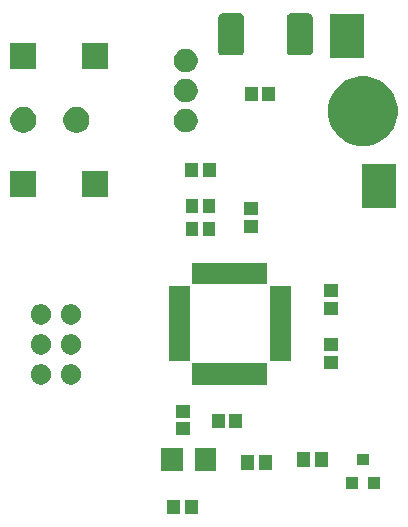
<source format=gbr>
G04 #@! TF.GenerationSoftware,KiCad,Pcbnew,5.1.5-52549c5~86~ubuntu18.04.1*
G04 #@! TF.CreationDate,2020-08-22T22:53:15-07:00*
G04 #@! TF.ProjectId,heat2sound_tx_rev01,68656174-3273-46f7-956e-645f74785f72,rev?*
G04 #@! TF.SameCoordinates,Original*
G04 #@! TF.FileFunction,Soldermask,Top*
G04 #@! TF.FilePolarity,Negative*
%FSLAX46Y46*%
G04 Gerber Fmt 4.6, Leading zero omitted, Abs format (unit mm)*
G04 Created by KiCad (PCBNEW 5.1.5-52549c5~86~ubuntu18.04.1) date 2020-08-22 22:53:15*
%MOMM*%
%LPD*%
G04 APERTURE LIST*
%ADD10C,0.100000*%
G04 APERTURE END LIST*
D10*
G36*
X171051420Y-141850380D02*
G01*
X169952260Y-141850380D01*
X169952260Y-140649620D01*
X171051420Y-140649620D01*
X171051420Y-141850380D01*
G37*
G36*
X169547740Y-141850380D02*
G01*
X168448580Y-141850380D01*
X168448580Y-140649620D01*
X169547740Y-140649620D01*
X169547740Y-141850380D01*
G37*
G36*
X186450050Y-139750050D02*
G01*
X185449950Y-139750050D01*
X185449950Y-138749950D01*
X186450050Y-138749950D01*
X186450050Y-139750050D01*
G37*
G36*
X184550050Y-139750050D02*
G01*
X183549950Y-139750050D01*
X183549950Y-138749950D01*
X184550050Y-138749950D01*
X184550050Y-139750050D01*
G37*
G36*
X169728970Y-138250430D02*
G01*
X167931310Y-138250430D01*
X167931310Y-136249570D01*
X169728970Y-136249570D01*
X169728970Y-138250430D01*
G37*
G36*
X172568690Y-138250430D02*
G01*
X170771030Y-138250430D01*
X170771030Y-136249570D01*
X172568690Y-136249570D01*
X172568690Y-138250430D01*
G37*
G36*
X175797740Y-138100380D02*
G01*
X174698580Y-138100380D01*
X174698580Y-136899620D01*
X175797740Y-136899620D01*
X175797740Y-138100380D01*
G37*
G36*
X177301420Y-138100380D02*
G01*
X176202260Y-138100380D01*
X176202260Y-136899620D01*
X177301420Y-136899620D01*
X177301420Y-138100380D01*
G37*
G36*
X182051420Y-137850380D02*
G01*
X180952260Y-137850380D01*
X180952260Y-136649620D01*
X182051420Y-136649620D01*
X182051420Y-137850380D01*
G37*
G36*
X180548160Y-137850000D02*
G01*
X179448160Y-137850000D01*
X179448160Y-136650000D01*
X180548160Y-136650000D01*
X180548160Y-137850000D01*
G37*
G36*
X185500050Y-137750050D02*
G01*
X184499950Y-137750050D01*
X184499950Y-136749950D01*
X185500050Y-136749950D01*
X185500050Y-137750050D01*
G37*
G36*
X170400380Y-135201420D02*
G01*
X169199620Y-135201420D01*
X169199620Y-134102260D01*
X170400380Y-134102260D01*
X170400380Y-135201420D01*
G37*
G36*
X174801420Y-134600380D02*
G01*
X173702260Y-134600380D01*
X173702260Y-133399620D01*
X174801420Y-133399620D01*
X174801420Y-134600380D01*
G37*
G36*
X173298160Y-134600000D02*
G01*
X172198160Y-134600000D01*
X172198160Y-133400000D01*
X173298160Y-133400000D01*
X173298160Y-134600000D01*
G37*
G36*
X170400000Y-133698160D02*
G01*
X169200000Y-133698160D01*
X169200000Y-132598160D01*
X170400000Y-132598160D01*
X170400000Y-133698160D01*
G37*
G36*
X157981434Y-129211125D02*
G01*
X157981437Y-129211126D01*
X157981436Y-129211126D01*
X158138310Y-129276105D01*
X158279493Y-129370441D01*
X158399559Y-129490507D01*
X158493895Y-129631690D01*
X158493895Y-129631691D01*
X158558875Y-129788566D01*
X158592000Y-129955099D01*
X158592000Y-130124901D01*
X158558875Y-130291434D01*
X158558874Y-130291436D01*
X158493895Y-130448310D01*
X158399559Y-130589493D01*
X158279493Y-130709559D01*
X158138310Y-130803895D01*
X158027383Y-130849842D01*
X157981434Y-130868875D01*
X157814901Y-130902000D01*
X157645099Y-130902000D01*
X157478566Y-130868875D01*
X157432617Y-130849842D01*
X157321690Y-130803895D01*
X157180507Y-130709559D01*
X157060441Y-130589493D01*
X156966105Y-130448310D01*
X156901126Y-130291436D01*
X156901125Y-130291434D01*
X156868000Y-130124901D01*
X156868000Y-129955099D01*
X156901125Y-129788566D01*
X156966105Y-129631691D01*
X156966105Y-129631690D01*
X157060441Y-129490507D01*
X157180507Y-129370441D01*
X157321690Y-129276105D01*
X157478564Y-129211126D01*
X157478563Y-129211126D01*
X157478566Y-129211125D01*
X157645099Y-129178000D01*
X157814901Y-129178000D01*
X157981434Y-129211125D01*
G37*
G36*
X160521434Y-129211125D02*
G01*
X160521437Y-129211126D01*
X160521436Y-129211126D01*
X160678310Y-129276105D01*
X160819493Y-129370441D01*
X160939559Y-129490507D01*
X161033895Y-129631690D01*
X161033895Y-129631691D01*
X161098875Y-129788566D01*
X161132000Y-129955099D01*
X161132000Y-130124901D01*
X161098875Y-130291434D01*
X161098874Y-130291436D01*
X161033895Y-130448310D01*
X160939559Y-130589493D01*
X160819493Y-130709559D01*
X160678310Y-130803895D01*
X160567383Y-130849842D01*
X160521434Y-130868875D01*
X160354901Y-130902000D01*
X160185099Y-130902000D01*
X160018566Y-130868875D01*
X159972617Y-130849842D01*
X159861690Y-130803895D01*
X159720507Y-130709559D01*
X159600441Y-130589493D01*
X159506105Y-130448310D01*
X159441126Y-130291436D01*
X159441125Y-130291434D01*
X159408000Y-130124901D01*
X159408000Y-129955099D01*
X159441125Y-129788566D01*
X159506105Y-129631691D01*
X159506105Y-129631690D01*
X159600441Y-129490507D01*
X159720507Y-129370441D01*
X159861690Y-129276105D01*
X160018564Y-129211126D01*
X160018563Y-129211126D01*
X160018566Y-129211125D01*
X160185099Y-129178000D01*
X160354901Y-129178000D01*
X160521434Y-129211125D01*
G37*
G36*
X176925000Y-130900000D02*
G01*
X170575000Y-130900000D01*
X170575000Y-129100000D01*
X176925000Y-129100000D01*
X176925000Y-130900000D01*
G37*
G36*
X182900380Y-129601420D02*
G01*
X181699620Y-129601420D01*
X181699620Y-128502260D01*
X182900380Y-128502260D01*
X182900380Y-129601420D01*
G37*
G36*
X178900000Y-128925000D02*
G01*
X177100000Y-128925000D01*
X177100000Y-122575000D01*
X178900000Y-122575000D01*
X178900000Y-128925000D01*
G37*
G36*
X170400000Y-128925000D02*
G01*
X168600000Y-128925000D01*
X168600000Y-122575000D01*
X170400000Y-122575000D01*
X170400000Y-128925000D01*
G37*
G36*
X160521434Y-126671125D02*
G01*
X160521437Y-126671126D01*
X160521436Y-126671126D01*
X160678310Y-126736105D01*
X160819493Y-126830441D01*
X160939559Y-126950507D01*
X161033895Y-127091690D01*
X161033895Y-127091691D01*
X161098875Y-127248566D01*
X161132000Y-127415099D01*
X161132000Y-127584901D01*
X161098875Y-127751434D01*
X161098874Y-127751436D01*
X161033895Y-127908310D01*
X160939559Y-128049493D01*
X160819493Y-128169559D01*
X160678310Y-128263895D01*
X160567383Y-128309842D01*
X160521434Y-128328875D01*
X160354901Y-128362000D01*
X160185099Y-128362000D01*
X160018566Y-128328875D01*
X159972617Y-128309842D01*
X159861690Y-128263895D01*
X159720507Y-128169559D01*
X159600441Y-128049493D01*
X159506105Y-127908310D01*
X159441126Y-127751436D01*
X159441125Y-127751434D01*
X159408000Y-127584901D01*
X159408000Y-127415099D01*
X159441125Y-127248566D01*
X159506105Y-127091691D01*
X159506105Y-127091690D01*
X159600441Y-126950507D01*
X159720507Y-126830441D01*
X159861690Y-126736105D01*
X160018564Y-126671126D01*
X160018563Y-126671126D01*
X160018566Y-126671125D01*
X160185099Y-126638000D01*
X160354901Y-126638000D01*
X160521434Y-126671125D01*
G37*
G36*
X157981434Y-126671125D02*
G01*
X157981437Y-126671126D01*
X157981436Y-126671126D01*
X158138310Y-126736105D01*
X158279493Y-126830441D01*
X158399559Y-126950507D01*
X158493895Y-127091690D01*
X158493895Y-127091691D01*
X158558875Y-127248566D01*
X158592000Y-127415099D01*
X158592000Y-127584901D01*
X158558875Y-127751434D01*
X158558874Y-127751436D01*
X158493895Y-127908310D01*
X158399559Y-128049493D01*
X158279493Y-128169559D01*
X158138310Y-128263895D01*
X158027383Y-128309842D01*
X157981434Y-128328875D01*
X157814901Y-128362000D01*
X157645099Y-128362000D01*
X157478566Y-128328875D01*
X157432617Y-128309842D01*
X157321690Y-128263895D01*
X157180507Y-128169559D01*
X157060441Y-128049493D01*
X156966105Y-127908310D01*
X156901126Y-127751436D01*
X156901125Y-127751434D01*
X156868000Y-127584901D01*
X156868000Y-127415099D01*
X156901125Y-127248566D01*
X156966105Y-127091691D01*
X156966105Y-127091690D01*
X157060441Y-126950507D01*
X157180507Y-126830441D01*
X157321690Y-126736105D01*
X157478564Y-126671126D01*
X157478563Y-126671126D01*
X157478566Y-126671125D01*
X157645099Y-126638000D01*
X157814901Y-126638000D01*
X157981434Y-126671125D01*
G37*
G36*
X182900380Y-128097740D02*
G01*
X181699620Y-128097740D01*
X181699620Y-126998580D01*
X182900380Y-126998580D01*
X182900380Y-128097740D01*
G37*
G36*
X160521434Y-124131125D02*
G01*
X160521437Y-124131126D01*
X160521436Y-124131126D01*
X160678310Y-124196105D01*
X160819493Y-124290441D01*
X160939559Y-124410507D01*
X161033895Y-124551690D01*
X161033895Y-124551691D01*
X161098875Y-124708566D01*
X161132000Y-124875099D01*
X161132000Y-125044901D01*
X161098875Y-125211434D01*
X161098874Y-125211436D01*
X161033895Y-125368310D01*
X160939559Y-125509493D01*
X160819493Y-125629559D01*
X160678310Y-125723895D01*
X160567383Y-125769842D01*
X160521434Y-125788875D01*
X160354901Y-125822000D01*
X160185099Y-125822000D01*
X160018566Y-125788875D01*
X159972617Y-125769842D01*
X159861690Y-125723895D01*
X159720507Y-125629559D01*
X159600441Y-125509493D01*
X159506105Y-125368310D01*
X159441126Y-125211436D01*
X159441125Y-125211434D01*
X159408000Y-125044901D01*
X159408000Y-124875099D01*
X159441125Y-124708566D01*
X159506105Y-124551691D01*
X159506105Y-124551690D01*
X159600441Y-124410507D01*
X159720507Y-124290441D01*
X159861690Y-124196105D01*
X160018564Y-124131126D01*
X160018563Y-124131126D01*
X160018566Y-124131125D01*
X160185099Y-124098000D01*
X160354901Y-124098000D01*
X160521434Y-124131125D01*
G37*
G36*
X157981434Y-124131125D02*
G01*
X157981437Y-124131126D01*
X157981436Y-124131126D01*
X158138310Y-124196105D01*
X158279493Y-124290441D01*
X158399559Y-124410507D01*
X158493895Y-124551690D01*
X158493895Y-124551691D01*
X158558875Y-124708566D01*
X158592000Y-124875099D01*
X158592000Y-125044901D01*
X158558875Y-125211434D01*
X158558874Y-125211436D01*
X158493895Y-125368310D01*
X158399559Y-125509493D01*
X158279493Y-125629559D01*
X158138310Y-125723895D01*
X158027383Y-125769842D01*
X157981434Y-125788875D01*
X157814901Y-125822000D01*
X157645099Y-125822000D01*
X157478566Y-125788875D01*
X157432617Y-125769842D01*
X157321690Y-125723895D01*
X157180507Y-125629559D01*
X157060441Y-125509493D01*
X156966105Y-125368310D01*
X156901126Y-125211436D01*
X156901125Y-125211434D01*
X156868000Y-125044901D01*
X156868000Y-124875099D01*
X156901125Y-124708566D01*
X156966105Y-124551691D01*
X156966105Y-124551690D01*
X157060441Y-124410507D01*
X157180507Y-124290441D01*
X157321690Y-124196105D01*
X157478564Y-124131126D01*
X157478563Y-124131126D01*
X157478566Y-124131125D01*
X157645099Y-124098000D01*
X157814901Y-124098000D01*
X157981434Y-124131125D01*
G37*
G36*
X182900380Y-125001420D02*
G01*
X181699620Y-125001420D01*
X181699620Y-123902260D01*
X182900380Y-123902260D01*
X182900380Y-125001420D01*
G37*
G36*
X182900380Y-123497740D02*
G01*
X181699620Y-123497740D01*
X181699620Y-122398580D01*
X182900380Y-122398580D01*
X182900380Y-123497740D01*
G37*
G36*
X176925000Y-122400000D02*
G01*
X170575000Y-122400000D01*
X170575000Y-120600000D01*
X176925000Y-120600000D01*
X176925000Y-122400000D01*
G37*
G36*
X171000000Y-118350000D02*
G01*
X170000000Y-118350000D01*
X170000000Y-117150000D01*
X171000000Y-117150000D01*
X171000000Y-118350000D01*
G37*
G36*
X172500000Y-118350000D02*
G01*
X171500000Y-118350000D01*
X171500000Y-117150000D01*
X172500000Y-117150000D01*
X172500000Y-118350000D01*
G37*
G36*
X176100000Y-118051840D02*
G01*
X174900000Y-118051840D01*
X174900000Y-116951840D01*
X176100000Y-116951840D01*
X176100000Y-118051840D01*
G37*
G36*
X176100380Y-116547740D02*
G01*
X174899620Y-116547740D01*
X174899620Y-115448580D01*
X176100380Y-115448580D01*
X176100380Y-116547740D01*
G37*
G36*
X172500000Y-116350000D02*
G01*
X171500000Y-116350000D01*
X171500000Y-115150000D01*
X172500000Y-115150000D01*
X172500000Y-116350000D01*
G37*
G36*
X171000000Y-116350000D02*
G01*
X170000000Y-116350000D01*
X170000000Y-115150000D01*
X171000000Y-115150000D01*
X171000000Y-116350000D01*
G37*
G36*
X187800000Y-115950000D02*
G01*
X184900000Y-115950000D01*
X184900000Y-112250000D01*
X187800000Y-112250000D01*
X187800000Y-115950000D01*
G37*
G36*
X163450450Y-115014770D02*
G01*
X161251470Y-115014770D01*
X161251470Y-112815790D01*
X163450450Y-112815790D01*
X163450450Y-115014770D01*
G37*
G36*
X157349370Y-115014770D02*
G01*
X155150390Y-115014770D01*
X155150390Y-112815790D01*
X157349370Y-112815790D01*
X157349370Y-115014770D01*
G37*
G36*
X171047740Y-113350380D02*
G01*
X169948580Y-113350380D01*
X169948580Y-112149620D01*
X171047740Y-112149620D01*
X171047740Y-113350380D01*
G37*
G36*
X172551420Y-113350380D02*
G01*
X171452260Y-113350380D01*
X171452260Y-112149620D01*
X172551420Y-112149620D01*
X172551420Y-113350380D01*
G37*
G36*
X185860482Y-104913366D02*
G01*
X186397348Y-105135743D01*
X186397349Y-105135744D01*
X186880516Y-105458585D01*
X187291415Y-105869484D01*
X187453931Y-106112707D01*
X187614257Y-106352652D01*
X187836634Y-106889518D01*
X187950000Y-107459449D01*
X187950000Y-108040551D01*
X187836634Y-108610482D01*
X187614257Y-109147348D01*
X187614256Y-109147349D01*
X187291415Y-109630516D01*
X186880516Y-110041415D01*
X186637293Y-110203931D01*
X186397348Y-110364257D01*
X185860482Y-110586634D01*
X185290551Y-110700000D01*
X184709449Y-110700000D01*
X184139518Y-110586634D01*
X183602652Y-110364257D01*
X183362707Y-110203931D01*
X183119484Y-110041415D01*
X182708585Y-109630516D01*
X182385744Y-109147349D01*
X182385743Y-109147348D01*
X182163366Y-108610482D01*
X182050000Y-108040551D01*
X182050000Y-107459449D01*
X182163366Y-106889518D01*
X182385743Y-106352652D01*
X182546069Y-106112707D01*
X182708585Y-105869484D01*
X183119484Y-105458585D01*
X183602651Y-105135744D01*
X183602652Y-105135743D01*
X184139518Y-104913366D01*
X184709449Y-104800000D01*
X185290551Y-104800000D01*
X185860482Y-104913366D01*
G37*
G36*
X161071468Y-107442762D02*
G01*
X161271562Y-107525644D01*
X161271564Y-107525645D01*
X161451644Y-107645970D01*
X161604790Y-107799116D01*
X161725115Y-107979196D01*
X161725116Y-107979198D01*
X161807998Y-108179292D01*
X161850250Y-108391708D01*
X161850250Y-108608292D01*
X161807998Y-108820708D01*
X161728068Y-109013676D01*
X161725115Y-109020804D01*
X161604790Y-109200884D01*
X161451644Y-109354030D01*
X161271564Y-109474355D01*
X161271563Y-109474356D01*
X161271562Y-109474356D01*
X161071468Y-109557238D01*
X160859052Y-109599490D01*
X160642468Y-109599490D01*
X160430052Y-109557238D01*
X160229958Y-109474356D01*
X160229957Y-109474356D01*
X160229956Y-109474355D01*
X160049876Y-109354030D01*
X159896730Y-109200884D01*
X159776405Y-109020804D01*
X159773452Y-109013676D01*
X159693522Y-108820708D01*
X159651270Y-108608292D01*
X159651270Y-108391708D01*
X159693522Y-108179292D01*
X159776404Y-107979198D01*
X159776405Y-107979196D01*
X159896730Y-107799116D01*
X160049876Y-107645970D01*
X160229956Y-107525645D01*
X160229958Y-107525644D01*
X160430052Y-107442762D01*
X160642468Y-107400510D01*
X160859052Y-107400510D01*
X161071468Y-107442762D01*
G37*
G36*
X156570588Y-107442762D02*
G01*
X156770682Y-107525644D01*
X156770684Y-107525645D01*
X156950764Y-107645970D01*
X157103910Y-107799116D01*
X157224235Y-107979196D01*
X157224236Y-107979198D01*
X157307118Y-108179292D01*
X157349370Y-108391708D01*
X157349370Y-108608292D01*
X157307118Y-108820708D01*
X157227188Y-109013676D01*
X157224235Y-109020804D01*
X157103910Y-109200884D01*
X156950764Y-109354030D01*
X156770684Y-109474355D01*
X156770683Y-109474356D01*
X156770682Y-109474356D01*
X156570588Y-109557238D01*
X156358172Y-109599490D01*
X156141588Y-109599490D01*
X155929172Y-109557238D01*
X155729078Y-109474356D01*
X155729077Y-109474356D01*
X155729076Y-109474355D01*
X155548996Y-109354030D01*
X155395850Y-109200884D01*
X155275525Y-109020804D01*
X155272572Y-109013676D01*
X155192642Y-108820708D01*
X155150390Y-108608292D01*
X155150390Y-108391708D01*
X155192642Y-108179292D01*
X155275524Y-107979198D01*
X155275525Y-107979196D01*
X155395850Y-107799116D01*
X155548996Y-107645970D01*
X155729076Y-107525645D01*
X155729078Y-107525644D01*
X155929172Y-107442762D01*
X156141588Y-107400510D01*
X156358172Y-107400510D01*
X156570588Y-107442762D01*
G37*
G36*
X170195090Y-107559215D02*
G01*
X170291689Y-107578429D01*
X170473678Y-107653811D01*
X170637463Y-107763249D01*
X170776751Y-107902537D01*
X170886189Y-108066322D01*
X170961571Y-108248311D01*
X170961571Y-108248313D01*
X170990095Y-108391710D01*
X171000000Y-108441509D01*
X171000000Y-108638491D01*
X170961571Y-108831689D01*
X170886189Y-109013678D01*
X170776751Y-109177463D01*
X170637463Y-109316751D01*
X170473678Y-109426189D01*
X170291689Y-109501571D01*
X170195090Y-109520786D01*
X170098493Y-109540000D01*
X169901507Y-109540000D01*
X169804910Y-109520786D01*
X169708311Y-109501571D01*
X169526322Y-109426189D01*
X169362537Y-109316751D01*
X169223249Y-109177463D01*
X169113811Y-109013678D01*
X169038429Y-108831689D01*
X169000000Y-108638491D01*
X169000000Y-108441509D01*
X169009906Y-108391710D01*
X169038429Y-108248313D01*
X169038429Y-108248311D01*
X169113811Y-108066322D01*
X169223249Y-107902537D01*
X169362537Y-107763249D01*
X169526322Y-107653811D01*
X169708311Y-107578429D01*
X169804910Y-107559215D01*
X169901507Y-107540000D01*
X170098493Y-107540000D01*
X170195090Y-107559215D01*
G37*
G36*
X170195090Y-105019214D02*
G01*
X170291689Y-105038429D01*
X170473678Y-105113811D01*
X170637463Y-105223249D01*
X170776751Y-105362537D01*
X170886189Y-105526322D01*
X170961571Y-105708311D01*
X170961571Y-105708313D01*
X170993631Y-105869486D01*
X171000000Y-105901509D01*
X171000000Y-106098491D01*
X170961571Y-106291689D01*
X170886189Y-106473678D01*
X170776751Y-106637463D01*
X170637463Y-106776751D01*
X170473678Y-106886189D01*
X170291689Y-106961571D01*
X170195090Y-106980785D01*
X170098493Y-107000000D01*
X169901507Y-107000000D01*
X169804910Y-106980785D01*
X169708311Y-106961571D01*
X169526322Y-106886189D01*
X169362537Y-106776751D01*
X169223249Y-106637463D01*
X169113811Y-106473678D01*
X169038429Y-106291689D01*
X169000000Y-106098491D01*
X169000000Y-105901509D01*
X169006370Y-105869486D01*
X169038429Y-105708313D01*
X169038429Y-105708311D01*
X169113811Y-105526322D01*
X169223249Y-105362537D01*
X169362537Y-105223249D01*
X169526322Y-105113811D01*
X169708311Y-105038429D01*
X169804910Y-105019214D01*
X169901507Y-105000000D01*
X170098493Y-105000000D01*
X170195090Y-105019214D01*
G37*
G36*
X176097740Y-106900380D02*
G01*
X174998580Y-106900380D01*
X174998580Y-105699620D01*
X176097740Y-105699620D01*
X176097740Y-106900380D01*
G37*
G36*
X177601420Y-106900380D02*
G01*
X176502260Y-106900380D01*
X176502260Y-105699620D01*
X177601420Y-105699620D01*
X177601420Y-106900380D01*
G37*
G36*
X170195090Y-102479215D02*
G01*
X170291689Y-102498429D01*
X170473678Y-102573811D01*
X170637463Y-102683249D01*
X170776751Y-102822537D01*
X170886189Y-102986322D01*
X170961571Y-103168311D01*
X171000000Y-103361509D01*
X171000000Y-103558491D01*
X170961571Y-103751689D01*
X170886189Y-103933678D01*
X170776751Y-104097463D01*
X170637463Y-104236751D01*
X170473678Y-104346189D01*
X170291689Y-104421571D01*
X170195090Y-104440786D01*
X170098493Y-104460000D01*
X169901507Y-104460000D01*
X169804910Y-104440786D01*
X169708311Y-104421571D01*
X169526322Y-104346189D01*
X169362537Y-104236751D01*
X169223249Y-104097463D01*
X169113811Y-103933678D01*
X169038429Y-103751689D01*
X169000000Y-103558491D01*
X169000000Y-103361509D01*
X169038429Y-103168311D01*
X169113811Y-102986322D01*
X169223249Y-102822537D01*
X169362537Y-102683249D01*
X169526322Y-102573811D01*
X169708311Y-102498429D01*
X169804910Y-102479215D01*
X169901507Y-102460000D01*
X170098493Y-102460000D01*
X170195090Y-102479215D01*
G37*
G36*
X157349370Y-104189290D02*
G01*
X155150390Y-104189290D01*
X155150390Y-101990310D01*
X157349370Y-101990310D01*
X157349370Y-104189290D01*
G37*
G36*
X163450450Y-104189290D02*
G01*
X161251470Y-104189290D01*
X161251470Y-101990310D01*
X163450450Y-101990310D01*
X163450450Y-104189290D01*
G37*
G36*
X185100000Y-103250000D02*
G01*
X182200000Y-103250000D01*
X182200000Y-99550000D01*
X185100000Y-99550000D01*
X185100000Y-103250000D01*
G37*
G36*
X174647709Y-99482452D02*
G01*
X174718106Y-99503807D01*
X174782980Y-99538483D01*
X174839847Y-99585153D01*
X174886517Y-99642020D01*
X174921193Y-99706894D01*
X174942548Y-99777291D01*
X174950000Y-99852954D01*
X174950000Y-102647046D01*
X174942548Y-102722709D01*
X174921193Y-102793106D01*
X174886517Y-102857980D01*
X174839847Y-102914847D01*
X174782980Y-102961517D01*
X174718106Y-102996193D01*
X174647709Y-103017548D01*
X174572046Y-103025000D01*
X173127954Y-103025000D01*
X173052291Y-103017548D01*
X172981894Y-102996193D01*
X172917020Y-102961517D01*
X172860153Y-102914847D01*
X172813483Y-102857980D01*
X172778807Y-102793106D01*
X172757452Y-102722709D01*
X172750000Y-102647046D01*
X172750000Y-99852954D01*
X172757452Y-99777291D01*
X172778807Y-99706894D01*
X172813483Y-99642020D01*
X172860153Y-99585153D01*
X172917020Y-99538483D01*
X172981894Y-99503807D01*
X173052291Y-99482452D01*
X173127954Y-99475000D01*
X174572046Y-99475000D01*
X174647709Y-99482452D01*
G37*
G36*
X180447709Y-99482452D02*
G01*
X180518106Y-99503807D01*
X180582980Y-99538483D01*
X180639847Y-99585153D01*
X180686517Y-99642020D01*
X180721193Y-99706894D01*
X180742548Y-99777291D01*
X180750000Y-99852954D01*
X180750000Y-102647046D01*
X180742548Y-102722709D01*
X180721193Y-102793106D01*
X180686517Y-102857980D01*
X180639847Y-102914847D01*
X180582980Y-102961517D01*
X180518106Y-102996193D01*
X180447709Y-103017548D01*
X180372046Y-103025000D01*
X178927954Y-103025000D01*
X178852291Y-103017548D01*
X178781894Y-102996193D01*
X178717020Y-102961517D01*
X178660153Y-102914847D01*
X178613483Y-102857980D01*
X178578807Y-102793106D01*
X178557452Y-102722709D01*
X178550000Y-102647046D01*
X178550000Y-99852954D01*
X178557452Y-99777291D01*
X178578807Y-99706894D01*
X178613483Y-99642020D01*
X178660153Y-99585153D01*
X178717020Y-99538483D01*
X178781894Y-99503807D01*
X178852291Y-99482452D01*
X178927954Y-99475000D01*
X180372046Y-99475000D01*
X180447709Y-99482452D01*
G37*
M02*

</source>
